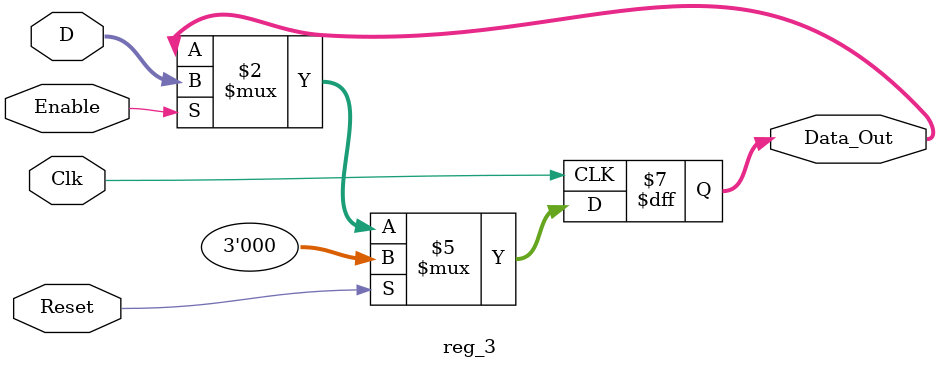
<source format=sv>
module reg_3 (input  logic Clk, Reset, Enable,
              input  logic [2:0]  D,
              output logic [2:0]  Data_Out);

    always_ff @ (posedge Clk)
    begin
	 	 if (Reset) //notice, this is a sycnrhonous reset, which is recommended on the FPGA
			  Data_Out <= 3'h0;
		 else if (Enable)
			  Data_Out <= D;
    end

endmodule

</source>
